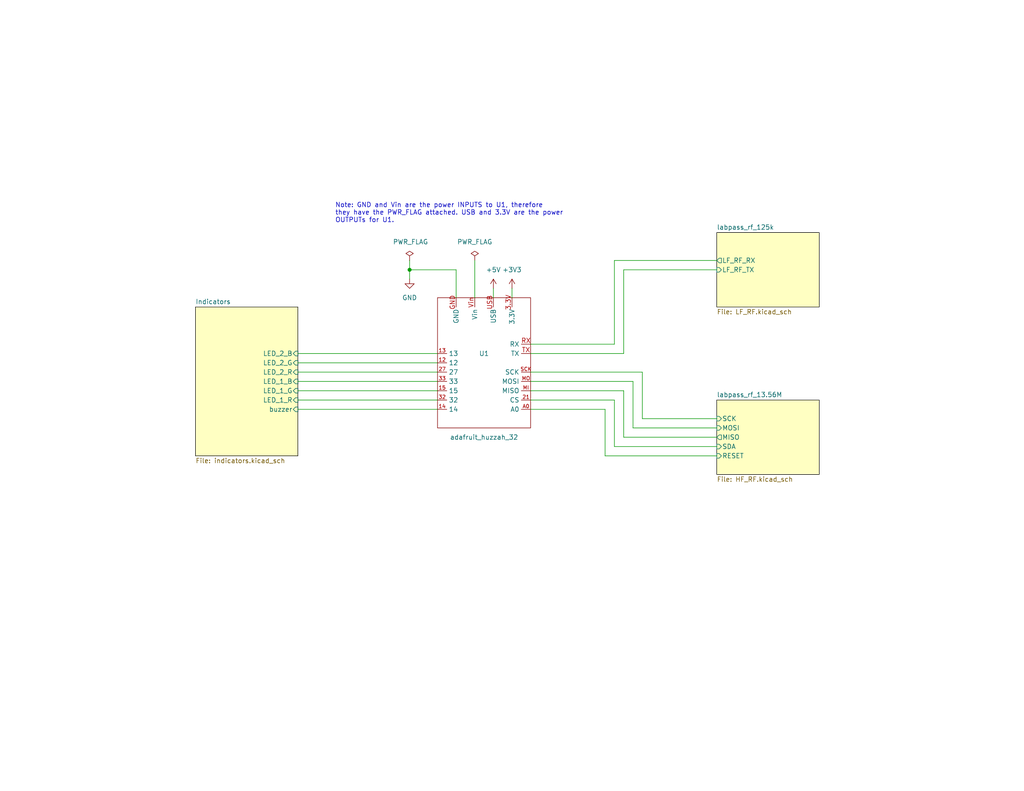
<source format=kicad_sch>
(kicad_sch (version 20211123) (generator eeschema)
  (paper "A")
  (title_block (title "Labpass RFID Reader - MCU") (date "2022-04-18") (rev "0.1.0"))
  (lib_symbols
    (symbol "_Capstone Symbol Library:adafruit_huzzah_32"
      (property "Reference" "U" (at 0 0 0))
      (property "Value" "adafruit_huzzah_32" (at 0 -22.86 0))
      (symbol "adafruit_huzzah_32_0_1"
        (rectangle (start -12.7 15.24) (end 12.7 -20.32) (stroke (width 0.1524)))
      )
      (symbol "adafruit_huzzah_32_1_1"
        (pin output line (at -12.7 -2.54 0) (length 2.54) (name "12") (number "12"))
        (pin output line (at -12.7 0 0) (length 2.54) (name "13") (number "13"))
        (pin output line (at -12.7 -15.24 0) (length 2.54) (name "14") (number "14"))
        (pin output line (at -12.7 -10.16 0) (length 2.54) (name "15") (number "15"))
        (pin output line (at 12.7 -12.7 180) (length 2.54) (name "CS") (number "21"))
        (pin output line (at -12.7 -5.08 0) (length 2.54) (name "27") (number "27"))
        (pin power_out line (at 7.62 15.24 270) (length 2.54) (name "3.3V") (number "3.3V"))
        (pin output line (at -12.7 -12.7 0) (length 2.54) (name "32") (number "32"))
        (pin output line (at -12.7 -7.62 0) (length 2.54) (name "33") (number "33"))
        (pin output line (at 12.7 -15.24 180) (length 2.54) (name "A0") (number "A0"))
        (pin power_in line (at -7.62 15.24 270) (length 2.54) (name "GND") (number "GND"))
        (pin input line (at 12.7 -10.16 180) (length 2.54) (name "MISO") (number "MI"))
        (pin output line (at 12.7 -7.62 180) (length 2.54) (name "MOSI") (number "MO"))
        (pin input line (at 12.7 2.54 180) (length 2.54) (name "RX") (number "RX"))
        (pin output line (at 12.7 -5.08 180) (length 2.54) (name "SCK") (number "SCK"))
        (pin output line (at 12.7 0 180) (length 2.54) (name "TX") (number "TX"))
        (pin power_out line (at 2.54 15.24 270) (length 2.54) (name "USB") (number "USB"))
        (pin power_in line (at -2.54 15.24 270) (length 2.54) (name "Vin") (number "Vin"))
      )
    )
    (symbol "power:+3.3V" (power) (pin_names (offset 0))
      (property "Value" "+3.3V" (at 0 3.556 0))
      (symbol "+3.3V_0_1"
        (polyline (pts (xy -0.762 1.27) (xy 0 2.54)))
        (polyline (pts (xy 0 0) (xy 0 2.54)))
        (polyline (pts (xy 0 2.54) (xy 0.762 1.27)))
      )
      (symbol "+3.3V_1_1"
        (pin power_in line (at 0 0 90) (length 0) hide (name "+3V3") (number "1"))
      )
    )
    (symbol "power:+5V" (power) (pin_names (offset 0))
      (property "Value" "+5V" (at 0 3.556 0))
      (symbol "+5V_0_1"
        (polyline (pts (xy -0.762 1.27) (xy 0 2.54)))
        (polyline (pts (xy 0 0) (xy 0 2.54)))
        (polyline (pts (xy 0 2.54) (xy 0.762 1.27)))
      )
      (symbol "+5V_1_1"
        (pin power_in line (at 0 0 90) (length 0) hide (name "+5V") (number "1"))
      )
    )
    (symbol "power:GND" (power) (pin_names (offset 0))
      (property "Value" "GND" (at 0 -3.81 0))
      (symbol "GND_0_1"
        (polyline (pts (xy 0 0) (xy 0 -1.27) (xy 1.27 -1.27) (xy 0 -2.54) (xy -1.27 -1.27) (xy 0 -1.27)))
      )
      (symbol "GND_1_1"
        (pin power_in line (at 0 0 270) (length 0) hide (name "GND") (number "1"))
      )
    )
    (symbol "power:PWR_FLAG" (power) (pin_numbers hide) (pin_names (offset 0) hide)
      (property "Value" "PWR_FLAG" (at 0 3.81 0))
      (symbol "PWR_FLAG_0_0"
        (pin power_out line (at 0 0 90) (length 0) (name "pwr") (number "1"))
      )
      (symbol "PWR_FLAG_0_1"
        (polyline (pts (xy 0 0) (xy 0 1.27) (xy -1.016 1.905) (xy 0 2.54) (xy 1.016 1.905) (xy 0 1.27)))
      )
    )
  )
  (junction (at 111.76 73.66))
  (wire (pts (xy 124.46 73.66) (xy 111.76 73.66)))
  (wire (pts (xy 167.64 121.92) (xy 167.64 109.22)))
  (wire (pts (xy 172.72 116.84) (xy 195.58 116.84)))
  (wire (pts (xy 81.28 106.68) (xy 119.38 106.68)))
  (wire (pts (xy 170.18 73.66) (xy 195.58 73.66)))
  (wire (pts (xy 129.54 71.12) (xy 129.54 81.28)))
  (wire (pts (xy 81.28 96.52) (xy 119.38 96.52)))
  (wire (pts (xy 175.26 114.3) (xy 175.26 101.6)))
  (wire (pts (xy 139.7 78.74) (xy 139.7 81.28)))
  (wire (pts (xy 81.28 104.14) (xy 119.38 104.14)))
  (wire (pts (xy 165.1 124.46) (xy 195.58 124.46)))
  (wire (pts (xy 165.1 124.46) (xy 165.1 111.76)))
  (wire (pts (xy 144.78 111.76) (xy 165.1 111.76)))
  (wire (pts (xy 170.18 119.38) (xy 170.18 106.68)))
  (wire (pts (xy 111.76 73.66) (xy 111.76 76.2)))
  (wire (pts (xy 124.46 81.28) (xy 124.46 73.66)))
  (wire (pts (xy 144.78 104.14) (xy 172.72 104.14)))
  (wire (pts (xy 111.76 71.12) (xy 111.76 73.66)))
  (wire (pts (xy 144.78 109.22) (xy 167.64 109.22)))
  (wire (pts (xy 172.72 116.84) (xy 172.72 104.14)))
  (wire (pts (xy 81.28 109.22) (xy 119.38 109.22)))
  (wire (pts (xy 81.28 111.76) (xy 119.38 111.76)))
  (wire (pts (xy 170.18 96.52) (xy 170.18 73.66)))
  (wire (pts (xy 175.26 114.3) (xy 195.58 114.3)))
  (wire (pts (xy 170.18 119.38) (xy 195.58 119.38)))
  (wire (pts (xy 81.28 99.06) (xy 119.38 99.06)))
  (wire (pts (xy 167.64 93.98) (xy 167.64 71.12)))
  (wire (pts (xy 144.78 93.98) (xy 167.64 93.98)))
  (wire (pts (xy 144.78 106.68) (xy 170.18 106.68)))
  (wire (pts (xy 167.64 121.92) (xy 195.58 121.92)))
  (wire (pts (xy 81.28 101.6) (xy 119.38 101.6)))
  (wire (pts (xy 134.62 78.74) (xy 134.62 81.28)))
  (wire (pts (xy 144.78 101.6) (xy 175.26 101.6)))
  (wire (pts (xy 167.64 71.12) (xy 195.58 71.12)))
  (wire (pts (xy 144.78 96.52) (xy 170.18 96.52)))
  (text "Note: GND and Vin are the power INPUTS to U1, therefore\nthey have the PWR_FLAG attached. USB and 3.3V are the power\nOUTPUTs for U1." (at 91.44 60.96 0) (effects (font (size 1.27 1.27)) (justify left bottom)))
  (symbol (lib_id "power:PWR_FLAG") (at 129.54 71.12 0) (unit 1)
    (property "Reference" "#FLG01" (effects hide))
    (property "Value" "PWR_FLAG" (at 129.54 66.04 0))
  )
  (symbol (lib_id "power:PWR_FLAG") (at 111.76 71.12 0) (unit 1)
    (property "Reference" "#FLG02" (effects hide))
    (property "Value" "PWR_FLAG" (at 116.84 66.04 0) (effects (justify right)))
  )
  (symbol (lib_id "power:GND") (at 111.76 76.2 0) (unit 1)
    (property "Reference" "#PWR014" (effects hide))
    (property "Value" "GND" (at 111.76 81.28 0))
  )
  (symbol (lib_id "power:+3.3V") (at 139.7 78.74 0) (unit 1)
    (property "Reference" "#PWR013" (effects hide))
    (property "Value" "+3.3V" (at 139.7 73.66 0))
  )
  (symbol (lib_id "_Capstone Symbol Library:adafruit_huzzah_32") (at 132.08 96.52 0) (unit 1)
    (property "Reference" "U1" (at 132.08 96.52 0))
    (property "Value" "adafruit_huzzah_32" (at 132.08 119.38 0))
    (property "Footprint" "Capstone Footprint Library:adafruit_huzzah_32" (effects hide))
  )
  (symbol (lib_id "power:+5V") (at 134.62 78.74 0) (unit 1)
    (property "Reference" "#PWR015" (effects hide))
    (property "Value" "+5V" (at 134.62 73.66 0))
  )
  (sheet (at 53.34 83.82) (size 27.94 40.64) (stroke (width 0.1524) (color 0 0 0 1)) (fill (color 255 255 194 1.0000))
    (property "Sheet name" "Indicators" (at 53.34 83.1084 0) (effects (justify left bottom)))
    (property "Sheet file" "indicators.kicad_sch" (at 53.34 125.0446 0) (effects (justify left top)))
    (pin "buzzer" input (at 81.28 111.76 0))
    (pin "LED_1_R" input (at 81.28 109.22 0))
    (pin "LED_1_G" input (at 81.28 106.68 0))
    (pin "LED_1_B" input (at 81.28 104.14 0))
    (pin "LED_2_R" input (at 81.28 101.6 0))
    (pin "LED_2_G" input (at 81.28 99.06 0))
    (pin "LED_2_B" input (at 81.28 96.52 0))
  )
  (sheet (at 195.58 109.22) (size 27.94 20.32) (stroke (width 0.1524) (color 0 0 0 1)) (fill (color 255 255 194 1.0000))
    (property "Sheet name" "labpass_rf_13.56M" (at 195.58 108.5084 0) (effects (justify left bottom)))
    (property "Sheet file" "HF_RF.kicad_sch" (at 195.58 130.1246 0) (effects (justify left top)))
    (pin "RESET" input (at 195.58 124.46 180))
    (pin "MOSI" input (at 195.58 116.84 180))
    (pin "SDA" input (at 195.58 121.92 180))
    (pin "SCK" input (at 195.58 114.3 180))
    (pin "MISO" output (at 195.58 119.38 180))
  )
  (sheet (at 195.58 63.5) (size 27.94 20.32) (stroke (width 0.1524) (color 0 0 0 1)) (fill (color 255 255 194 1.0000))
    (property "Sheet name" "labpass_rf_125k" (at 195.58 62.7884 0) (effects (justify left bottom)))
    (property "Sheet file" "LF_RF.kicad_sch" (at 195.58 84.4046 0) (effects (justify left top)))
    (pin "LF_RF_TX" input (at 195.58 73.66 180))
    (pin "LF_RF_RX" output (at 195.58 71.12 180))
  )
)
</source>
